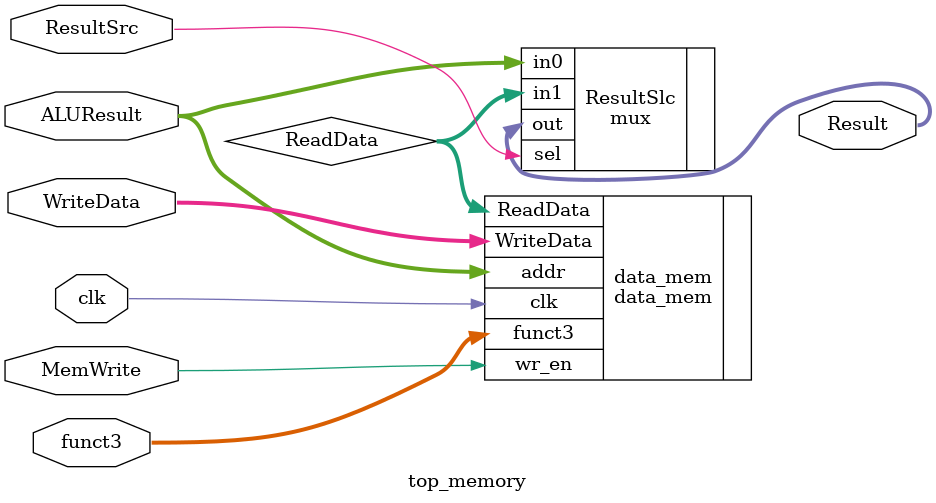
<source format=sv>

module top_memory #(
    parameter  DATA_WIDTH = 32
) (
    input  logic                   clk, 
    input  logic [DATA_WIDTH-1:0]  ALUResult,
    input  logic [DATA_WIDTH-1:0]  WriteData,
    input  logic                   ResultSrc,
    input  logic                   MemWrite,
    input  logic [2:0]             funct3,
    output logic [DATA_WIDTH-1:0]  Result
);

logic [DATA_WIDTH-1:0] ReadData;

data_mem data_mem(
    .clk        (clk),
    .wr_en      (MemWrite),
    .addr       (ALUResult),
    .WriteData  (WriteData),
    .ReadData   (ReadData),
    .funct3     (funct3)
);


mux ResultSlc(
    .in0        (ALUResult),
    .in1        (ReadData),
    .sel        (ResultSrc),
    .out        (Result)
);

endmodule

</source>
